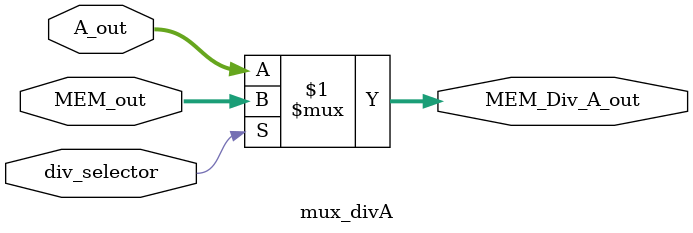
<source format=v>
module mux_divA (
    input  wire div_selector,
    input  wire [31:0] A_out,
    input  wire [31:0] MEM_out,
    output wire [31:0] MEM_Div_A_out
);

    assign MEM_Div_A_out = (div_selector) ? MEM_out : A_out;
    
endmodule
</source>
